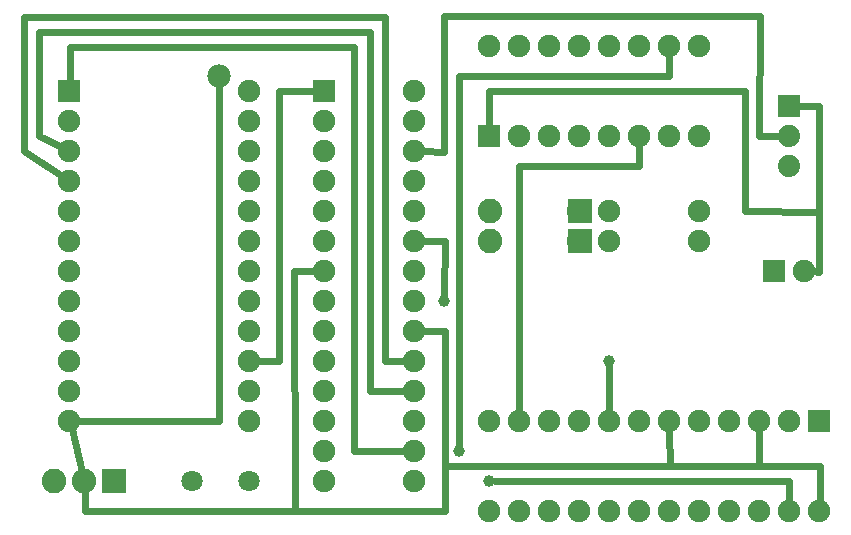
<source format=gbl>
G04 MADE WITH FRITZING*
G04 WWW.FRITZING.ORG*
G04 DOUBLE SIDED*
G04 HOLES PLATED*
G04 CONTOUR ON CENTER OF CONTOUR VECTOR*
%ASAXBY*%
%FSLAX23Y23*%
%MOIN*%
%OFA0B0*%
%SFA1.0B1.0*%
%ADD10C,0.082000*%
%ADD11C,0.075000*%
%ADD12C,0.074000*%
%ADD13C,0.039370*%
%ADD14C,0.070925*%
%ADD15C,0.070866*%
%ADD16C,0.078000*%
%ADD17R,0.082000X0.082000*%
%ADD18R,0.075000X0.075000*%
%ADD19C,0.024000*%
%ADD20R,0.001000X0.001000*%
%LNCOPPER0*%
G90*
G70*
G54D10*
X1933Y1068D03*
X1635Y1068D03*
X1933Y968D03*
X1635Y968D03*
G54D11*
X2033Y1068D03*
X2333Y1068D03*
X2033Y968D03*
X2333Y968D03*
G54D12*
X2633Y1418D03*
X2633Y1318D03*
X2633Y1218D03*
G54D11*
X2583Y868D03*
X2683Y868D03*
G54D13*
X1531Y269D03*
X1633Y167D03*
X2033Y568D03*
X1483Y768D03*
G54D11*
X2733Y368D03*
X2733Y68D03*
X2633Y368D03*
X2633Y68D03*
X2533Y368D03*
X2533Y68D03*
X2433Y368D03*
X2433Y68D03*
X2333Y368D03*
X2333Y68D03*
X2233Y368D03*
X2233Y68D03*
X2133Y368D03*
X2133Y68D03*
X2033Y368D03*
X2033Y68D03*
X1933Y368D03*
X1933Y68D03*
X1833Y368D03*
X1833Y68D03*
X1733Y368D03*
X1733Y68D03*
X1633Y368D03*
X1633Y68D03*
X1083Y1468D03*
X1383Y1468D03*
X1083Y1368D03*
X1383Y1368D03*
X1083Y1268D03*
X1383Y1268D03*
X1083Y1168D03*
X1383Y1168D03*
X1083Y1068D03*
X1383Y1068D03*
X1083Y968D03*
X1383Y968D03*
X1083Y868D03*
X1383Y868D03*
X1083Y768D03*
X1383Y768D03*
X1083Y668D03*
X1383Y668D03*
X1083Y568D03*
X1383Y568D03*
X1083Y468D03*
X1383Y468D03*
X1083Y368D03*
X1383Y368D03*
X1083Y268D03*
X1383Y268D03*
X1083Y168D03*
X1383Y168D03*
X233Y1468D03*
X833Y1468D03*
X233Y1368D03*
X833Y1368D03*
X233Y1268D03*
X833Y1268D03*
X233Y1168D03*
X833Y1168D03*
X233Y1068D03*
X833Y1068D03*
X233Y968D03*
X833Y968D03*
X233Y868D03*
X833Y868D03*
X233Y768D03*
X833Y768D03*
X233Y668D03*
X833Y668D03*
X233Y568D03*
X833Y568D03*
X233Y468D03*
X833Y468D03*
X233Y368D03*
X833Y368D03*
G54D10*
X383Y168D03*
X283Y168D03*
X183Y168D03*
G54D14*
X640Y168D03*
G54D15*
X833Y168D03*
G54D11*
X1633Y1318D03*
X1633Y1618D03*
X1733Y1318D03*
X1733Y1618D03*
X1833Y1318D03*
X1833Y1618D03*
X1933Y1318D03*
X1933Y1618D03*
X2033Y1318D03*
X2033Y1618D03*
X2133Y1318D03*
X2133Y1618D03*
X2233Y1318D03*
X2233Y1618D03*
X2333Y1318D03*
X2333Y1618D03*
G54D16*
X733Y1518D03*
G54D17*
X1934Y1068D03*
X1934Y968D03*
G54D18*
X2583Y868D03*
X2733Y368D03*
X1083Y1468D03*
X233Y1468D03*
G54D17*
X383Y168D03*
G54D18*
X1633Y1318D03*
G54D19*
X2733Y869D02*
X2712Y869D01*
D02*
X2733Y1418D02*
X2733Y869D01*
D02*
X2664Y1418D02*
X2733Y1418D01*
D02*
X1533Y1518D02*
X1531Y288D01*
D02*
X2733Y866D02*
X2712Y867D01*
D02*
X2733Y1066D02*
X2733Y866D01*
D02*
X2484Y1069D02*
X2733Y1066D01*
D02*
X2484Y1468D02*
X2484Y1069D01*
D02*
X1633Y1468D02*
X2484Y1468D01*
D02*
X1633Y1346D02*
X1633Y1468D01*
D02*
X1482Y1266D02*
X1483Y1718D01*
D02*
X1483Y1718D02*
X2534Y1718D01*
D02*
X2533Y1317D02*
X2602Y1317D01*
D02*
X2534Y1718D02*
X2533Y1317D01*
D02*
X1412Y1267D02*
X1482Y1266D01*
D02*
X2232Y1518D02*
X1533Y1518D01*
D02*
X2233Y1589D02*
X2232Y1518D01*
D02*
X2633Y167D02*
X1652Y167D01*
D02*
X2633Y96D02*
X2633Y167D01*
D02*
X984Y69D02*
X1484Y69D01*
D02*
X284Y69D02*
X984Y69D01*
D02*
X284Y136D02*
X284Y69D01*
D02*
X983Y869D02*
X1055Y868D01*
D02*
X984Y69D02*
X983Y869D01*
D02*
X1484Y218D02*
X1484Y69D01*
D02*
X1484Y667D02*
X1484Y218D01*
D02*
X1412Y668D02*
X1484Y667D01*
D02*
X2735Y218D02*
X2734Y96D01*
D02*
X1484Y218D02*
X2735Y218D01*
D02*
X2235Y218D02*
X2233Y339D01*
D02*
X1484Y218D02*
X2235Y218D01*
D02*
X2235Y218D02*
X2531Y218D01*
D02*
X2531Y218D02*
X2533Y339D01*
D02*
X1484Y218D02*
X2235Y218D01*
D02*
X1484Y967D02*
X1483Y787D01*
D02*
X1412Y968D02*
X1484Y967D01*
D02*
X2132Y1219D02*
X1733Y1219D01*
D02*
X1733Y1219D02*
X1733Y396D01*
D02*
X2133Y1289D02*
X2132Y1219D01*
D02*
X2033Y549D02*
X2033Y396D01*
D02*
X131Y1666D02*
X131Y1318D01*
D02*
X131Y1318D02*
X208Y1280D01*
D02*
X1236Y1666D02*
X131Y1666D01*
D02*
X81Y1268D02*
X209Y1183D01*
D02*
X81Y1716D02*
X81Y1268D01*
D02*
X1285Y1716D02*
X81Y1716D01*
D02*
X236Y1616D02*
X234Y1496D01*
D02*
X1181Y1616D02*
X236Y1616D01*
D02*
X275Y199D02*
X240Y340D01*
D02*
X1055Y1468D02*
X932Y1467D01*
D02*
X932Y1467D02*
X932Y567D01*
D02*
X932Y567D02*
X862Y567D01*
D02*
X1285Y567D02*
X1285Y1716D01*
D02*
X1355Y567D02*
X1285Y567D01*
D02*
X1236Y467D02*
X1236Y1666D01*
D02*
X1355Y468D02*
X1236Y467D01*
D02*
X1181Y268D02*
X1181Y1616D01*
D02*
X1355Y268D02*
X1181Y268D01*
D02*
X733Y368D02*
X262Y368D01*
D02*
X733Y1488D02*
X733Y368D01*
G54D20*
X2596Y1455D02*
X2669Y1455D01*
X2596Y1454D02*
X2669Y1454D01*
X2596Y1453D02*
X2669Y1453D01*
X2596Y1452D02*
X2669Y1452D01*
X2596Y1451D02*
X2669Y1451D01*
X2596Y1450D02*
X2669Y1450D01*
X2596Y1449D02*
X2669Y1449D01*
X2596Y1448D02*
X2669Y1448D01*
X2596Y1447D02*
X2669Y1447D01*
X2596Y1446D02*
X2669Y1446D01*
X2596Y1445D02*
X2669Y1445D01*
X2596Y1444D02*
X2669Y1444D01*
X2596Y1443D02*
X2669Y1443D01*
X2596Y1442D02*
X2669Y1442D01*
X2596Y1441D02*
X2669Y1441D01*
X2596Y1440D02*
X2669Y1440D01*
X2596Y1439D02*
X2669Y1439D01*
X2596Y1438D02*
X2628Y1438D01*
X2637Y1438D02*
X2669Y1438D01*
X2596Y1437D02*
X2625Y1437D01*
X2640Y1437D02*
X2669Y1437D01*
X2596Y1436D02*
X2622Y1436D01*
X2642Y1436D02*
X2669Y1436D01*
X2596Y1435D02*
X2621Y1435D01*
X2644Y1435D02*
X2669Y1435D01*
X2596Y1434D02*
X2619Y1434D01*
X2645Y1434D02*
X2669Y1434D01*
X2596Y1433D02*
X2618Y1433D01*
X2647Y1433D02*
X2669Y1433D01*
X2596Y1432D02*
X2617Y1432D01*
X2648Y1432D02*
X2669Y1432D01*
X2596Y1431D02*
X2616Y1431D01*
X2648Y1431D02*
X2669Y1431D01*
X2596Y1430D02*
X2616Y1430D01*
X2649Y1430D02*
X2669Y1430D01*
X2596Y1429D02*
X2615Y1429D01*
X2650Y1429D02*
X2669Y1429D01*
X2596Y1428D02*
X2614Y1428D01*
X2650Y1428D02*
X2669Y1428D01*
X2596Y1427D02*
X2614Y1427D01*
X2651Y1427D02*
X2669Y1427D01*
X2596Y1426D02*
X2613Y1426D01*
X2651Y1426D02*
X2669Y1426D01*
X2596Y1425D02*
X2613Y1425D01*
X2652Y1425D02*
X2669Y1425D01*
X2596Y1424D02*
X2613Y1424D01*
X2652Y1424D02*
X2669Y1424D01*
X2596Y1423D02*
X2612Y1423D01*
X2652Y1423D02*
X2669Y1423D01*
X2596Y1422D02*
X2612Y1422D01*
X2653Y1422D02*
X2669Y1422D01*
X2596Y1421D02*
X2612Y1421D01*
X2653Y1421D02*
X2669Y1421D01*
X2596Y1420D02*
X2612Y1420D01*
X2653Y1420D02*
X2669Y1420D01*
X2596Y1419D02*
X2612Y1419D01*
X2653Y1419D02*
X2669Y1419D01*
X2596Y1418D02*
X2612Y1418D01*
X2653Y1418D02*
X2669Y1418D01*
X2596Y1417D02*
X2612Y1417D01*
X2653Y1417D02*
X2669Y1417D01*
X2596Y1416D02*
X2612Y1416D01*
X2653Y1416D02*
X2669Y1416D01*
X2596Y1415D02*
X2612Y1415D01*
X2653Y1415D02*
X2669Y1415D01*
X2596Y1414D02*
X2612Y1414D01*
X2652Y1414D02*
X2669Y1414D01*
X2596Y1413D02*
X2613Y1413D01*
X2652Y1413D02*
X2669Y1413D01*
X2596Y1412D02*
X2613Y1412D01*
X2652Y1412D02*
X2669Y1412D01*
X2596Y1411D02*
X2613Y1411D01*
X2651Y1411D02*
X2669Y1411D01*
X2596Y1410D02*
X2614Y1410D01*
X2651Y1410D02*
X2669Y1410D01*
X2596Y1409D02*
X2614Y1409D01*
X2651Y1409D02*
X2669Y1409D01*
X2596Y1408D02*
X2615Y1408D01*
X2650Y1408D02*
X2669Y1408D01*
X2596Y1407D02*
X2616Y1407D01*
X2649Y1407D02*
X2669Y1407D01*
X2596Y1406D02*
X2616Y1406D01*
X2649Y1406D02*
X2669Y1406D01*
X2596Y1405D02*
X2617Y1405D01*
X2648Y1405D02*
X2669Y1405D01*
X2596Y1404D02*
X2618Y1404D01*
X2647Y1404D02*
X2669Y1404D01*
X2596Y1403D02*
X2619Y1403D01*
X2646Y1403D02*
X2669Y1403D01*
X2596Y1402D02*
X2621Y1402D01*
X2644Y1402D02*
X2669Y1402D01*
X2596Y1401D02*
X2622Y1401D01*
X2643Y1401D02*
X2669Y1401D01*
X2596Y1400D02*
X2624Y1400D01*
X2641Y1400D02*
X2669Y1400D01*
X2596Y1399D02*
X2627Y1399D01*
X2638Y1399D02*
X2669Y1399D01*
X2596Y1398D02*
X2669Y1398D01*
X2596Y1397D02*
X2669Y1397D01*
X2596Y1396D02*
X2669Y1396D01*
X2596Y1395D02*
X2669Y1395D01*
X2596Y1394D02*
X2669Y1394D01*
X2596Y1393D02*
X2669Y1393D01*
X2596Y1392D02*
X2669Y1392D01*
X2596Y1391D02*
X2669Y1391D01*
X2596Y1390D02*
X2669Y1390D01*
X2596Y1389D02*
X2669Y1389D01*
X2596Y1388D02*
X2669Y1388D01*
X2596Y1387D02*
X2669Y1387D01*
X2596Y1386D02*
X2669Y1386D01*
X2596Y1385D02*
X2669Y1385D01*
X2596Y1384D02*
X2669Y1384D01*
X2596Y1383D02*
X2669Y1383D01*
X2596Y1382D02*
X2669Y1382D01*
D02*
G04 End of Copper0*
M02*
</source>
